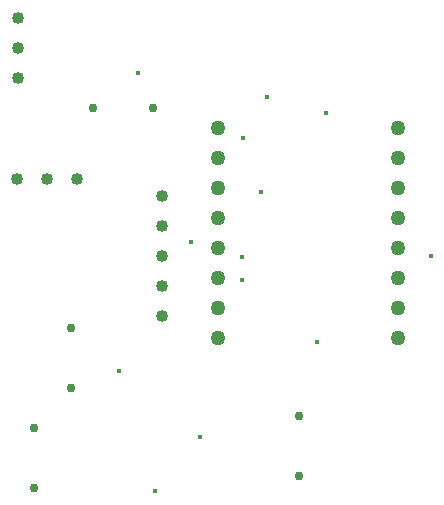
<source format=gbr>
G04 PROTEUS GERBER X2 FILE*
%TF.GenerationSoftware,Labcenter,Proteus,8.17-SP2-Build37159*%
%TF.CreationDate,2024-05-15T17:06:41+00:00*%
%TF.FileFunction,Plated,1,2,PTH*%
%TF.FilePolarity,Positive*%
%TF.Part,Single*%
%TF.SameCoordinates,{8e856c1c-122a-437a-bfc2-24db689c5e76}*%
%FSLAX45Y45*%
%MOMM*%
G01*
%TA.AperFunction,ViaDrill*%
%ADD93C,0.381000*%
%TA.AperFunction,ComponentDrill*%
%ADD94C,1.270000*%
%TA.AperFunction,ComponentDrill*%
%ADD95C,0.762000*%
%TA.AperFunction,ComponentDrill*%
%ADD96C,1.016000*%
%TA.AperFunction,OtherDrill,Unknown*%
%ADD97C,1.016000*%
%TD.AperFunction*%
D93*
X-152400Y-1447800D03*
X-676677Y+1629511D03*
X+914400Y+1295400D03*
X+1802868Y+79811D03*
X+204496Y-120455D03*
X+835116Y-647918D03*
X-837403Y-890804D03*
X-533400Y-1905000D03*
X-229533Y+200000D03*
X+416237Y+1426925D03*
X+210000Y+1080000D03*
X+362985Y+627984D03*
X+200000Y+70000D03*
D94*
X+0Y+1169000D03*
X+0Y+915000D03*
X+0Y+661000D03*
X+0Y+407000D03*
X+0Y-101000D03*
X+0Y+153000D03*
X+1524000Y-609000D03*
X+0Y-609000D03*
X+1524000Y-355000D03*
X+1524000Y-101000D03*
X+1524000Y+153000D03*
X+1524000Y+407000D03*
X+1524000Y+661000D03*
X+1524000Y+915000D03*
X+1524000Y+1169000D03*
X+0Y-355000D03*
D95*
X-1244000Y-1037000D03*
X-1244000Y-529000D03*
X+680000Y-1778000D03*
X+680000Y-1270000D03*
D96*
X-1708000Y+730000D03*
X-1454000Y+730000D03*
X-1200000Y+730000D03*
D95*
X-1057000Y+1332000D03*
X-549000Y+1332000D03*
X-1560000Y-1370000D03*
X-1560000Y-1878000D03*
D96*
X-1700000Y+1590000D03*
X-1700000Y+1844000D03*
X-1700000Y+2098000D03*
D97*
X-480000Y-422000D03*
X-480000Y-168000D03*
X-480000Y+86000D03*
X-480000Y+340000D03*
X-480000Y+594000D03*
M02*

</source>
